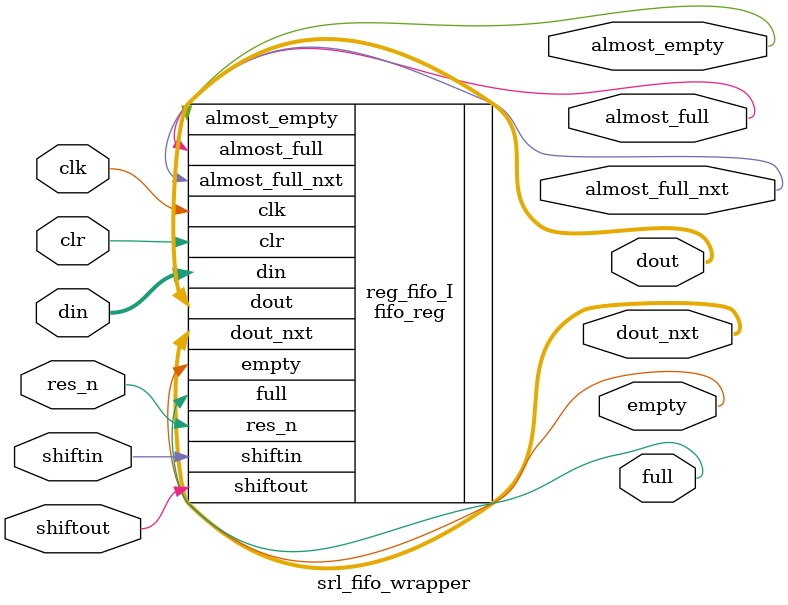
<source format=v>

/* ============================================================
*
* Copyright (c) 2011 Computer Architecture Group, University of Heidelberg & EXTOLL GmbH
*
* This file is confidential and may not be distributed.
*
* All rights reserved.
*
* University of Heidelberg
* Computer Architecture Group
* B6 26
* 68131 Mannheim
* Germany
* http://www.ra.ziti.uni-heidelberg.de
*
*
* Author(s):     Richard Leys, Benjamin Geib
*
* Create Date:   07/09/07
* Last Modified: 07/14/10
* Design Name:   CAG Building Blocks
* Module Name:   srl_fifo_wrapper
* Description:   Switches between Xilinx designed srl_fifo, and register based fifo.
*                - almost_full threshold can be adjusted with AFULL_THRES and gives the distance to full.
*                - almost_empty threshold can be adjusted with AEMPTY_THRES and gives the distance to empty.
*                - data width can be adjusted with WIDTH parameter
*                - A 16 stage deep FIFO will be instantiated if DEPTH is smaller than 17
*                - A 32 stage deep FIFO will be instantiated if DEPTH is larger than 16
*                - Setting REGISTERED to 1 adds a register behind the srl fifo to improve timing
*                - Setting USE_BYPASS to 1 adds a multiplexer that can bypass srl fifo if it is empty
*                  and nothing is stored in the output register as well, this is to avoid a cycle latency but uses more resources
*                - Set REGISTERED to 2 to get dout_nxt working, otherwise it will not be valid!
*
* Revision:     Revision 1.3
*
* ===========================================================*/

//`include "technology.h"
`default_nettype none

module srl_fifo_wrapper #(
`ifdef CAG_ASSERTIONS
		parameter DISABLE_EMPTY_ASSERT		= 0,
		parameter DISABLE_FULL_ASSERT		= 0,
		parameter DISABLE_SHIFT_OUT_ASSERT	= 0,
		parameter DISABLE_XCHECK_ASSERT		= 0,
`endif
		parameter WIDTH						= 8,
		parameter DEPTH						= 16,
		parameter AEMPTY_THRES				= 1,
		parameter AFULL_THRES				= 1,
		parameter REGISTERED				= 0,
		parameter USE_BYPASS				= 0
	) (
		input wire				clk,
		input wire				res_n,
		input wire				clr,
		input wire [WIDTH-1:0]	din,
		input wire				shiftin,
		input wire				shiftout,
		output wire [WIDTH-1:0]	dout,
		output wire [WIDTH-1:0]	dout_nxt,
		output wire				full,
		output wire				empty,
		output wire				almost_full,
		output wire				almost_full_nxt,
		output wire				almost_empty
	);

`ifdef CAG_XILINX
	// Avoid an underflow of the almost empty threshold for cases where it isn't even used.
	localparam AEMPTY_THRES_MOD = (REGISTERED > AEMPTY_THRES)
	                               ? 0
	                               : (AEMPTY_THRES - REGISTERED);

	wire [WIDTH-1:0]	dout_w;
	wire [WIDTH-1:0]	dout_nxt_w;
	wire				empty_w;
	wire				shiftout_w;
	wire				shiftin_w;
	wire				almost_empty_w;

	generate
		if (REGISTERED == 2)
		begin: reg_2_gen
			// Currently always USE_BYPASS == 1 for REGISTERED == 2
			reg [WIDTH-1:0]	dout_r [0:1];
			reg [1:0]		empty_r;

			assign shiftout_w		= shiftout;
			assign shiftin_w		= (shiftin && !empty_w) || (shiftin && !shiftout && !empty_r[1]);

			assign dout				= dout_r[0];
			assign dout_nxt			= dout_r[1];
			assign empty			= empty_r[0];

			if (AEMPTY_THRES==0)
				assign almost_empty	= empty_r[0];
			else if (AEMPTY_THRES==1)
				assign almost_empty	= empty_r[1];
			else
				assign almost_empty	= almost_empty_w; // empty_w;

			`ifdef ASYNC_RES
			always @(posedge clk or negedge res_n) `else
			always @(posedge clk ) `endif
			begin
				if (!res_n)
				begin
					empty_r[0]		<= 1'b1;
					dout_r[0]		<= {WIDTH {1'b0}};
				end
				else if (clr)
				begin
					empty_r[0]		<= 1'b1;
//					dout_r[0]		<= {WIDTH {1'b0}};
				end
				else
				begin
					if ( (shiftin && empty_r[0]) ||
					     (shiftin && shiftout && empty_r[1]) )
					begin
						dout_r[0]	<= din;
						empty_r[0]	<= 1'b0;
					end
					else if (shiftout && empty_r[1] && empty_w)
					begin
//						dout_r[0]	<= {WIDTH{1'b0}};
						empty_r[0]	<= 1'b1;
					end
					else if (shiftout && !empty_r[1])
					begin
						dout_r[0]	<= dout_r[1];
						empty_r[0]	<= 1'b0;
					end
					else if (shiftout && empty_r[1] && !empty_w) // impossible?
					begin
						dout_r[0]	<= dout_w;
						empty_r[0]	<= 1'b0;
					end
				end
			end

			`ifdef ASYNC_RES
			always @(posedge clk or negedge res_n) `else
			always @(posedge clk ) `endif
			begin
				if (!res_n)
				begin
					empty_r[1]		<= 1'b1;
					dout_r[1]		<= {WIDTH {1'b0}};
				end
				else if (clr)
				begin
					empty_r[1]		<= 1'b1;
//					dout_r[1]		<= {WIDTH {1'b0}};
				end
				else
				begin
					if ( (shiftin && !shiftout && empty_r[1] && !empty_r[0]) ||
					     (shiftin && shiftout && !empty_r[1] && empty_w) )
					begin
						dout_r[1]	<= din;
						empty_r[1]	<= 1'b0;
					end
					else if (shiftout && empty_w)
					begin
//						dout_r[1]	<= {WIDTH{1'b0}};
						empty_r[1]	<= 1'b1;
					end
					else if (shiftout && !empty_w && !empty_r[1])
					begin
						dout_r[1]	<= dout_w;
						empty_r[1]	<= 1'b0;
					end
				end
			end

		end // of (REGISTERED==2)
		else if (REGISTERED == 1)
		begin: reg_1_gen
			reg [WIDTH-1:0] dout_r;
			reg				empty_r;

			if (USE_BYPASS == 1)
			begin
				assign shiftout_w	= shiftout;
				assign shiftin_w	= (shiftin && !empty_w) || (shiftin && !shiftout && !empty_r);

				`ifdef ASYNC_RES
				always @(posedge clk or negedge res_n) `else
				always @(posedge clk ) `endif
				begin
					if (!res_n)
					begin
						empty_r		<= 1'b1;
						dout_r		<= {WIDTH {1'b0}};
					end
					else if (clr)
					begin
						empty_r		<= 1'b1;
						//dout_r		<= {WIDTH {1'b0}};
					end
					else
					begin
						if ((shiftin && empty_r) || (shiftin && shiftout && empty_w))
						begin
							dout_r	<= din;
							empty_r	<= 1'b0;
						end
						else if (shiftout && empty_w)
						begin
//							dout_r	<= {WIDTH{1'b0}};
							empty_r	<= 1'b1;
						end
						else if (shiftout && !empty_w)
						begin
							dout_r	<= dout_w;
							empty_r	<= 1'b0;
						end
					end
				end
			end
			else
			begin
				assign shiftout_w	= !empty_w && (empty_r || shiftout);
				assign shiftin_w	= shiftin;

				`ifdef ASYNC_RES
				always @(posedge clk or negedge res_n) `else
				always @(posedge clk ) `endif
				begin
					if (!res_n)
					begin
						empty_r		<= 1'b1;
						dout_r		<= {WIDTH {1'b0}};
					end
					else if (clr)
					begin
						empty_r		<= 1'b1;
//						dout_r		<= {WIDTH {1'b0}};
					end
					else
					begin
						if (!empty_w && (empty_r || shiftout))
						begin
							dout_r	<= dout_w;
							empty_r	<= 1'b0;
						end
						else if (shiftout)
							empty_r	<= 1'b1;
					end
				end
			end

			assign dout				= dout_r;
			assign dout_nxt			= dout_w;
			assign empty			= empty_r;
			assign almost_empty		= almost_empty_w;
		end
		else
		begin: reg_0_gen
			assign dout				= dout_w;
			assign dout_nxt			= dout_nxt_w;
			assign empty			= empty_w;
			assign almost_empty		= almost_empty_w;
			assign shiftout_w		= shiftout;
			assign shiftin_w		= shiftin;
		end
	endgenerate

	generate
		if (DEPTH < 17)
		begin: srl_instance_16
			srl_fifo_16e #(
`ifdef CAG_ASSERTIONS
				.DISABLE_EMPTY_ASSERT(DISABLE_EMPTY_ASSERT),
				.DISABLE_FULL_ASSERT(DISABLE_FULL_ASSERT),
`endif
				.WIDTH(WIDTH),
				.AFULL_THRES(AFULL_THRES),
				.AEMPTY_THRES(AEMPTY_THRES_MOD)
			) srl_fifo_I (
				.clk(clk),
				.res_n(res_n),
				.clr(clr),
				.din(din),
				.dout(dout_w),
				.shiftout(shiftout_w),
				.shiftin(shiftin_w),
				.full(full),
				.almost_full(almost_full),
				.almost_full_nxt(almost_full_nxt),
				.empty(empty_w),
				.almost_empty(almost_empty_w)
			);

			assign dout_nxt_w	= {WIDTH {1'b0}};
		end
		else
		begin: srl_instance_32
			srl_fifo_c32e #(
`ifdef CAG_ASSERTIONS
				.DISABLE_EMPTY_ASSERT(DISABLE_EMPTY_ASSERT),
				.DISABLE_FULL_ASSERT(DISABLE_FULL_ASSERT),
`endif
				.WIDTH(WIDTH),
				.AFULL_THRES(AFULL_THRES),
				.AEMPTY_THRES(AEMPTY_THRES_MOD)
			) srl_fifo_I (
				.clk(clk),
				.res_n(res_n),
				.clr(clr),
				.din(din),
				.dout(dout_w),
				.shiftout(shiftout_w),
				.shiftin(shiftin_w),
				.full(full),
				.almost_full(almost_full),
				.almost_full_nxt(almost_full_nxt),
				.empty(empty_w),
				.almost_empty(almost_empty_w)
			);

			assign dout_nxt_w	= {WIDTH {1'b0}};
		end
	endgenerate

//behavioral model - ASIC/VERILATOR/...
`else // CAG_XILINX

	fifo_reg #(
`ifdef CAG_ASSERTIONS
		.DISABLE_EMPTY_ASSERT(DISABLE_EMPTY_ASSERT),
		.DISABLE_SHIFT_OUT_ASSERT(DISABLE_SHIFT_OUT_ASSERT),
		.DISABLE_FULL_ASSERT(DISABLE_FULL_ASSERT),
`endif
		.DSIZE(WIDTH),
		.ENTRIES(DEPTH),
		.ALMOST_EMTPY_VAL(AEMPTY_THRES),
		.ALMOST_FULL_VAL(AFULL_THRES)
	) reg_fifo_I (
		.clk(clk),
		.res_n(res_n),
		.clr(clr),
		.din(din),
		.shiftin(shiftin),
		.shiftout(shiftout),
		.dout(dout),
		.dout_nxt(dout_nxt),
		.full(full),
		.almost_full(almost_full),
		.almost_full_nxt(almost_full_nxt),
		.almost_empty(almost_empty),
		.empty(empty)
	);

`endif // else CAG_XILINX

`ifdef CAG_COVERAGE
	full_cov:				cover property (@(posedge clk) disable iff(!res_n || clr) (full == 1'b1));
	almost_full_cov:		cover property (@(posedge clk) disable iff(!res_n || clr) (almost_full == 1'b1));
	empty_cov:				cover property (@(posedge clk) disable iff(!res_n || clr) (empty == 1'b1));
	almost_empty_cov:		cover property (@(posedge clk) disable iff(!res_n || clr) (almost_empty == 1'b1));

	covergroup shift_in_and_out @(posedge clk);
		shift_in_and_out_cp: coverpoint ({shiftin, shiftout}) iff (shiftin || shiftout)
		{
			bins count[] = {[1:3]};
		}
	endgroup
	shift_in_and_out shift_in_and_out_I;
	initial begin
		shift_in_and_out_I = new();
		shift_in_and_out_I.set_inst_name("shift_in_and_out_I");
	end
`endif // CAG_COVERAGE

`ifdef CAG_ASSERTIONS
	shift_in_and_full:				assert property (@(posedge clk) disable iff(!res_n || clr) (shiftin |-> !full));

	if (DISABLE_SHIFT_OUT_ASSERT == 0)
		shift_out_and_empty:		assert property (@(posedge clk) disable iff(!res_n || clr) (shiftout |-> !empty));

	if (DISABLE_XCHECK_ASSERT == 0)
	  dout_known:					assert property (@(posedge clk) disable iff(!res_n || clr) (!empty |-> !$isunknown(dout)));
	if (DISABLE_XCHECK_ASSERT == 0)
	 dout_nxt_known:				assert property (@(posedge clk) disable iff(!res_n || clr) (!almost_empty |-> !$isunknown(dout_nxt)));

	final
	begin
		if (DISABLE_FULL_ASSERT == 0)
		begin
			assert_full_set:				assert (!full);
			assert_almost_full_set:			assert (!almost_full);
		end

		if (DISABLE_EMPTY_ASSERT == 0)
		begin
			assert_almost_empty_not_set:	assert (almost_empty);
			assert_empty_not_set:			assert (empty);
		end
	end
`endif // CAG_ASSERTIONS

endmodule

`default_nettype wire

</source>
